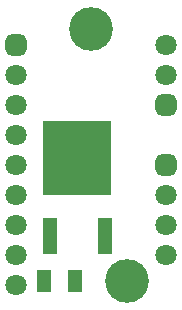
<source format=gbs>
G04*
G04 #@! TF.GenerationSoftware,Altium Limited,Altium Designer,25.1.2 (22)*
G04*
G04 Layer_Color=16711935*
%FSLAX25Y25*%
%MOIN*%
G70*
G04*
G04 #@! TF.SameCoordinates,DC056F1D-8049-40C2-8729-A4453FB46455*
G04*
G04*
G04 #@! TF.FilePolarity,Negative*
G04*
G01*
G75*
%ADD19R,0.05131X0.07493*%
%ADD22C,0.07099*%
G04:AMPARAMS|DCode=23|XSize=70.99mil|YSize=70.99mil|CornerRadius=19.75mil|HoleSize=0mil|Usage=FLASHONLY|Rotation=270.000|XOffset=0mil|YOffset=0mil|HoleType=Round|Shape=RoundedRectangle|*
%AMROUNDEDRECTD23*
21,1,0.07099,0.03150,0,0,270.0*
21,1,0.03150,0.07099,0,0,270.0*
1,1,0.03950,-0.01575,-0.01575*
1,1,0.03950,-0.01575,0.01575*
1,1,0.03950,0.01575,0.01575*
1,1,0.03950,0.01575,-0.01575*
%
%ADD23ROUNDEDRECTD23*%
%ADD24C,0.14580*%
%ADD32R,0.22965X0.24776*%
%ADD33R,0.04619X0.11942*%
D19*
X374882Y266000D02*
D03*
X385118D02*
D03*
D22*
X365500Y294500D02*
D03*
Y314500D02*
D03*
Y334500D02*
D03*
Y324500D02*
D03*
Y304500D02*
D03*
Y284500D02*
D03*
Y274500D02*
D03*
Y264500D02*
D03*
X415500Y334500D02*
D03*
Y344500D02*
D03*
Y294500D02*
D03*
Y284500D02*
D03*
Y274500D02*
D03*
D23*
X365500Y344500D02*
D03*
X415500Y324500D02*
D03*
Y304500D02*
D03*
D24*
X390500Y350000D02*
D03*
X402500Y266000D02*
D03*
D32*
X386000Y307000D02*
D03*
D33*
X376984Y280819D02*
D03*
X395016D02*
D03*
M02*

</source>
